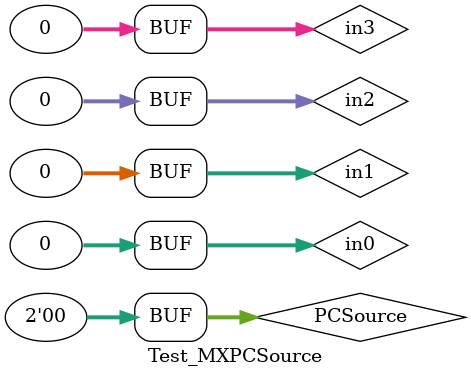
<source format=v>
`timescale 1ns / 1ps


module Test_MXPCSource;

	// Inputs
	reg [1:0] PCSource;
	reg [31:0] in0;
	reg [31:0] in1;
	reg [31:0] in2;
	reg [31:0] in3;

	// Outputs
	wire [31:0] out;

	// Instantiate the Unit Under Test (UUT)
	MXPCSource uut (
		.PCSource(PCSource), 
		.in0(in0), 
		.in1(in1), 
		.in2(in2), 
		.in3(in3), 
		.out(out)
	);

	initial begin
		// Initialize Inputs
		PCSource = 0;
		in0 = 0;
		in1 = 0;
		in2 = 0;
		in3 = 0;

		// Wait 100 ns for global reset to finish
		#100;
        
		// Add stimulus here

	end
      
endmodule


</source>
